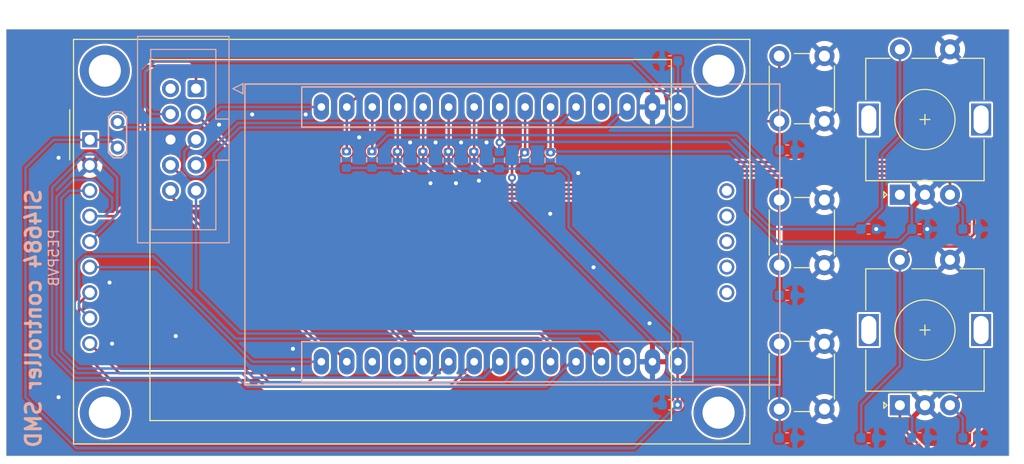
<source format=kicad_pcb>
(kicad_pcb (version 20240108) (generator "pcbnew") (generator_version "8.0")
  (layers (0 "F.Cu" signal) (31 "B.Cu" signal) (34 "B.Paste" user) (35 "F.Paste" user) (36 "B.SilkS" user "B.Silkscreen") (37 "F.SilkS" user "F.Silkscreen") (38 "B.Mask" user) (39 "F.Mask" user) (44 "Edge.Cuts" user))
  (net 0 "")
  (net 1 "GND")
  (net 2 "+3V3")
  (net 3 "+5V")
  (net 4 "SDA")
  (net 5 "SCL")
  (net 6 "Net-(M1-D35)")
  (net 7 "Net-(M1-D26)")
  (net 8 "Net-(M1-D25)")
  (net 9 "Net-(M1-VN)")
  (net 10 "Net-(M1-D34)")
  (net 11 "Net-(M1-VP)")
  (net 12 "Net-(M1-EN)")
  (net 15 "Net-(M1-D33)")
  (net 16 "Net-(M1-D32)")
  (net 17 "Net-(M1-D27)")
  (net 18 "RST")
  (net 19 "INT")
  (net 20 "MISO")
  (net 21 "MOSI")
  (net 22 "CLK")
  (net 23 "SS")
  (net 25 "Net-(M1-D23)")
  (net 26 "Net-(M1-D19)")
  (net 27 "Net-(M1-D18)")
  (net 28 "Net-(M1-D5)")
  (net 29 "Net-(M1-D4)")
  (net 30 "Net-(M1-D2)")
  (footprint "Rotary_Encoder:RotaryEncoder_Alps_EC11E-Switch_Vertical_H20mm" (layer "F.Cu") (at 195.14 102.748724 90)
    (property "Reference" "SW1" (hide yes))
    (property "Value" "Rotary")
    (pad "A" thru_hole rect (at 0 0 90) (size 2 2) (drill 1) (layers "*.Cu" "*.Mask") (net 17 "Net-(M1-D27)"))
    (pad "B" thru_hole circle (at 0 5 90) (size 2 2) (drill 1) (layers "*.Cu" "*.Mask") (net 10 "Net-(M1-D34)"))
    (pad "C" thru_hole circle (at 0 2.5 90) (size 2 2) (drill 1) (layers "*.Cu" "*.Mask") (net 1 "GND"))
    (pad "MP" thru_hole rect (at 7.5 -3.1 90) (size 3.2 2) (drill oval 2.8 1.5) (layers "*.Cu" "*.Mask"))
    (pad "MP" thru_hole rect (at 7.5 8.1 90) (size 3.2 2) (drill oval 2.8 1.5) (layers "*.Cu" "*.Mask"))
    (pad "S1" thru_hole circle (at 14.5 5 90) (size 2 2) (drill 1) (layers "*.Cu" "*.Mask") (net 1 "GND"))
    (pad "S2" thru_hole circle (at 14.5 0 90) (size 2 2) (drill 1) (layers "*.Cu" "*.Mask") (net 8 "Net-(M1-D25)"))
  )
  (footprint "Button_Switch_THT:SW_PUSH_6mm_H7.3mm" (layer "F.Cu") (at 187.617 103.269424 -90)
    (property "Reference" "SW3" (hide yes))
    (property "Value" "MODE/MENU")
    (pad "1" thru_hole circle (at 0 0) (size 2 2) (drill 1.1) (layers "*.Cu" "*.Mask") (net 1 "GND"))
    (pad "1" thru_hole circle (at 6.5 0) (size 2 2) (drill 1.1) (layers "*.Cu" "*.Mask") (net 1 "GND"))
    (pad "2" thru_hole circle (at 0 4.5) (size 2 2) (drill 1.1) (layers "*.Cu" "*.Mask") (net 9 "Net-(M1-VN)"))
    (pad "2" thru_hole circle (at 6.5 4.5) (size 2 2) (drill 1.1) (layers "*.Cu" "*.Mask") (net 9 "Net-(M1-VN)"))
  )
  (footprint "Button_Switch_THT:SW_PUSH_6mm_H7.3mm" (layer "F.Cu") (at 187.617 117.620424 -90)
    (property "Reference" "SW2" (hide yes))
    (property "Value" "SLIDESHOW")
    (pad "1" thru_hole circle (at 0 0) (size 2 2) (drill 1.1) (layers "*.Cu" "*.Mask") (net 1 "GND"))
    (pad "1" thru_hole circle (at 6.5 0) (size 2 2) (drill 1.1) (layers "*.Cu" "*.Mask") (net 1 "GND"))
    (pad "2" thru_hole circle (at 0 4.5) (size 2 2) (drill 1.1) (layers "*.Cu" "*.Mask") (net 7 "Net-(M1-D26)"))
    (pad "2" thru_hole circle (at 6.5 4.5) (size 2 2) (drill 1.1) (layers "*.Cu" "*.Mask") (net 7 "Net-(M1-D26)"))
  )
  (footprint "Button_Switch_THT:SW_PUSH_6mm_H7.3mm" (layer "F.Cu") (at 187.617 88.918424 -90)
    (property "Reference" "SW4" (hide yes))
    (property "Value" "BAND/POWER")
    (pad "1" thru_hole circle (at 0 0) (size 2 2) (drill 1.1) (layers "*.Cu" "*.Mask") (net 1 "GND"))
    (pad "1" thru_hole circle (at 6.5 0) (size 2 2) (drill 1.1) (layers "*.Cu" "*.Mask") (net 1 "GND"))
    (pad "2" thru_hole circle (at 0 4.5) (size 2 2) (drill 1.1) (layers "*.Cu" "*.Mask") (net 11 "Net-(M1-VP)"))
    (pad "2" thru_hole circle (at 6.5 4.5) (size 2 2) (drill 1.1) (layers "*.Cu" "*.Mask") (net 11 "Net-(M1-VP)"))
  )
  (footprint "Rotary_Encoder:RotaryEncoder_Alps_EC11E-Switch_Vertical_H20mm" (layer "F.Cu") (at 195.14 123.738424 90)
    (property "Reference" "SW5" (hide yes))
    (property "Value" "Rotary")
    (pad "A" thru_hole rect (at 0 0 90) (size 2 2) (drill 1) (layers "*.Cu" "*.Mask") (net 15 "Net-(M1-D33)"))
    (pad "B" thru_hole circle (at 0 5 90) (size 2 2) (drill 1) (layers "*.Cu" "*.Mask") (net 16 "Net-(M1-D32)"))
    (pad "C" thru_hole circle (at 0 2.5 90) (size 2 2) (drill 1) (layers "*.Cu" "*.Mask") (net 1 "GND"))
    (pad "MP" thru_hole rect (at 7.5 -3.1 90) (size 3.2 2) (drill oval 2.8 1.5) (layers "*.Cu" "*.Mask"))
    (pad "MP" thru_hole rect (at 7.5 8.1 90) (size 3.2 2) (drill oval 2.8 1.5) (layers "*.Cu" "*.Mask"))
    (pad "S1" thru_hole circle (at 14.5 5 90) (size 2 2) (drill 1) (layers "*.Cu" "*.Mask") (net 1 "GND"))
    (pad "S2" thru_hole circle (at 14.5 0 90) (size 2 2) (drill 1) (layers "*.Cu" "*.Mask") (net 6 "Net-(M1-D35)"))
  )
  (footprint "Display:CR2013-MI2120" (layer "F.Cu") (at 114.362 97.268424)
    (property "Reference" "U1" (hide yes))
    (property "Value" "ILI9341 2.2\"")
    (pad "" thru_hole circle (at 1.5 -6.89) (size 5 5) (drill 3.2) (layers "*.Cu" "*.Mask"))
    (pad "" thru_hole circle (at 1.5 27.21) (size 5 5) (drill 3.2) (layers "*.Cu" "*.Mask"))
    (pad "" thru_hole circle (at 62.7 -6.89) (size 5 5) (drill 3.2) (layers "*.Cu" "*.Mask"))
    (pad "" thru_hole circle (at 62.7 27.21) (size 5 5) (drill 3.2) (layers "*.Cu" "*.Mask"))
    (pad "1" thru_hole rect (at 0 0) (size 1.5 1.5) (drill 1) (layers "*.Cu" "*.Mask") (net 2 "+3V3"))
    (pad "2" thru_hole circle (at 0 2.54) (size 1.5 1.5) (drill 1) (layers "*.Cu" "*.Mask") (net 1 "GND"))
    (pad "3" thru_hole circle (at 0 5.08) (size 1.5 1.5) (drill 1) (layers "*.Cu" "*.Mask") (net 28 "Net-(M1-D5)"))
    (pad "4" thru_hole circle (at 0 7.62) (size 1.5 1.5) (drill 1) (layers "*.Cu" "*.Mask") (net 18 "RST"))
    (pad "5" thru_hole circle (at 0 10.16) (size 1.5 1.5) (drill 1) (layers "*.Cu" "*.Mask") (net 29 "Net-(M1-D4)"))
    (pad "6" thru_hole circle (at 0 12.7) (size 1.5 1.5) (drill 1) (layers "*.Cu" "*.Mask") (net 25 "Net-(M1-D23)"))
    (pad "7" thru_hole circle (at 0 15.24) (size 1.5 1.5) (drill 1) (layers "*.Cu" "*.Mask") (net 27 "Net-(M1-D18)"))
    (pad "8" thru_hole circle (at 0 17.78) (size 1.5 1.5) (drill 1) (layers "*.Cu" "*.Mask") (net 30 "Net-(M1-D2)"))
    (pad "9" thru_hole circle (at 0 20.32) (size 1.5 1.5) (drill 1) (layers "*.Cu" "*.Mask") (net 26 "Net-(M1-D19)"))
    (pad "10" thru_hole circle (at 63.52 5.08) (size 1.5 1.5) (drill 1) (layers "*.Cu" "*.Mask"))
    (pad "11" thru_hole circle (at 63.52 7.62) (size 1.5 1.5) (drill 1) (layers "*.Cu" "*.Mask"))
    (pad "12" thru_hole circle (at 63.52 10.16) (size 1.5 1.5) (drill 1) (layers "*.Cu" "*.Mask"))
    (pad "13" thru_hole circle (at 63.52 12.7) (size 1.5 1.5) (drill 1) (layers "*.Cu" "*.Mask"))
    (pad "14" thru_hole circle (at 63.52 15.24) (size 1.5 1.5) (drill 1) (layers "*.Cu" "*.Mask"))
  )
  (footprint "Connector_IDC:IDC-Header_2x05_P2.54mm_Vertical" (layer "B.Cu") (at 124.9552 92.169624 180)
    (property "Reference" "J1" (hide yes))
    (property "Value" "Mainboard")
    (pad "1" thru_hole roundrect (at 0 0 180) (size 1.7 1.7) (drill 1) (layers "*.Cu" "*.Mask") (roundrect_rratio 0.147059) (net 18 "RST"))
    (pad "2" thru_hole circle (at 2.54 0 180) (size 1.7 1.7) (drill 1) (layers "*.Cu" "*.Mask") (net 19 "INT"))
    (pad "3" thru_hole circle (at 0 -2.54 180) (size 1.7 1.7) (drill 1) (layers "*.Cu" "*.Mask") (net 20 "MISO"))
    (pad "4" thru_hole circle (at 2.54 -2.54 180) (size 1.7 1.7) (drill 1) (layers "*.Cu" "*.Mask") (net 3 "+5V"))
    (pad "5" thru_hole circle (at 0 -5.08 180) (size 1.7 1.7) (drill 1) (layers "*.Cu" "*.Mask") (net 21 "MOSI"))
    (pad "6" thru_hole circle (at 2.54 -5.08 180) (size 1.7 1.7) (drill 1) (layers "*.Cu" "*.Mask") (net 1 "GND"))
    (pad "7" thru_hole circle (at 0 -7.62 180) (size 1.7 1.7) (drill 1) (layers "*.Cu" "*.Mask") (net 22 "CLK"))
    (pad "8" thru_hole circle (at 2.54 -7.62 180) (size 1.7 1.7) (drill 1) (layers "*.Cu" "*.Mask") (net 4 "SDA"))
    (pad "9" thru_hole circle (at 0 -10.16 180) (size 1.7 1.7) (drill 1) (layers "*.Cu" "*.Mask") (net 23 "SS"))
    (pad "10" thru_hole circle (at 2.54 -10.16 180) (size 1.7 1.7) (drill 1) (layers "*.Cu" "*.Mask") (net 5 "SCL"))
  )
  (footprint "TestPoint:TestPoint_2Pads_Pitch2.54mm_Drill0.8mm" (layer "B.Cu") (at 117.132 98.042424 90)
    (property "Reference" "JP1" (hide yes))
    (property "Value" "PROGRAM MODE")
    (pad "1" thru_hole circle (at 0 0 90) (size 1.4 1.4) (drill 0.8) (layers "*.Cu" "*.Mask") (net 2 "+3V3"))
    (pad "2" thru_hole circle (at 2.54 0 90) (size 1.4 1.4) (drill 0.8) (layers "*.Cu" "*.Mask") (net 12 "Net-(M1-EN)"))
  )
  (footprint "Library:ESP32_DOIT_DEVKIT_V1" (layer "B.Cu") (at 188.252 101.872424 -90)
    (property "Reference" "M1" (hide yes))
    (property "Value" "DOIT_ESP32_DEVKIT_V1")
    (pad "1" thru_hole oval (at 17.526 15.24 270) (size 2.54 1.524) (drill 0.762) (layers "*.Cu" "*.Mask") (net 2 "+3V3"))
    (pad "2" thru_hole oval (at 17.526 17.78 270) (size 2.54 1.524) (drill 0.762) (layers "*.Cu" "*.Mask") (net 1 "GND"))
    (pad "3" thru_hole oval (at 17.526 20.32 270) (size 2.54 1.524) (drill 0.762) (layers "*.Cu" "*.Mask") (net 23 "SS"))
    (pad "4" thru_hole oval (at 17.526 22.86 270) (size 2.54 1.524) (drill 0.762) (layers "*.Cu" "*.Mask") (net 30 "Net-(M1-D2)"))
    (pad "5" thru_hole oval (at 17.526 25.4 270) (size 2.54 1.524) (drill 0.762) (layers "*.Cu" "*.Mask") (net 29 "Net-(M1-D4)"))
    (pad "6" thru_hole oval (at 17.526 27.94 270) (size 2.54 1.524) (drill 0.762) (layers "*.Cu" "*.Mask") (net 20 "MISO"))
    (pad "7" thru_hole oval (at 17.526 30.48 270) (size 2.54 1.524) (drill 0.762) (layers "*.Cu" "*.Mask") (net 18 "RST"))
    (pad "8" thru_hole oval (at 17.526 33.02 270) (size 2.54 1.524) (drill 0.762) (layers "*.Cu" "*.Mask") (net 28 "Net-(M1-D5)"))
    (pad "9" thru_hole oval (at 17.526 35.56 270) (size 2.54 1.524) (drill 0.762) (layers "*.Cu" "*.Mask") (net 27 "Net-(M1-D18)"))
    (pad "10" thru_hole oval (at 17.526 38.1 270) (size 2.54 1.524) (drill 0.762) (layers "*.Cu" "*.Mask") (net 26 "Net-(M1-D19)"))
    (pad "11" thru_hole oval (at 17.526 40.64 270) (size 2.54 1.524) (drill 0.762) (layers "*.Cu" "*.Mask") (net 4 "SDA"))
    (pad "12" thru_hole oval (at 17.526 43.18 270) (size 2.54 1.524) (drill 0.762) (layers "*.Cu" "*.Mask"))
    (pad "13" thru_hole oval (at 17.526 45.72 270) (size 2.54 1.524) (drill 0.762) (layers "*.Cu" "*.Mask"))
    (pad "14" thru_hole oval (at 17.526 48.26 270) (size 2.54 1.524) (drill 0.762) (layers "*.Cu" "*.Mask") (net 5 "SCL"))
    (pad "15" thru_hole oval (at 17.526 50.8 270) (size 2.54 1.524) (drill 0.762) (layers "*.Cu" "*.Mask") (net 25 "Net-(M1-D23)"))
    (pad "16" thru_hole oval (at -7.874 50.8 270) (size 2.54 1.524) (drill 0.762) (layers "*.Cu" "*.Mask") (net 12 "Net-(M1-EN)"))
    (pad "17" thru_hole oval (at -7.874 48.26 270) (size 2.54 1.524) (drill 0.762) (layers "*.Cu" "*.Mask") (net 11 "Net-(M1-VP)"))
    (pad "18" thru_hole oval (at -7.874 45.72 270) (size 2.54 1.524) (drill 0.762) (layers "*.Cu" "*.Mask") (net 9 "Net-(M1-VN)"))
    (pad "19" thru_hole oval (at -7.874 43.18 270) (size 2.54 1.524) (drill 0.762) (layers "*.Cu" "*.Mask") (net 10 "Net-(M1-D34)"))
    (pad "20" thru_hole oval (at -7.874 40.64 270) (size 2.54 1.524) (drill 0.762) (layers "*.Cu" "*.Mask") (net 6 "Net-(M1-D35)"))
    (pad "21" thru_hole oval (at -7.874 38.1 270) (size 2.54 1.524) (drill 0.762) (layers "*.Cu" "*.Mask") (net 16 "Net-(M1-D32)"))
    (pad "22" thru_hole oval (at -7.874 35.56 270) (size 2.54 1.524) (drill 0.762) (layers "*.Cu" "*.Mask") (net 15 "Net-(M1-D33)"))
    (pad "23" thru_hole oval (at -7.874 33.02 270) (size 2.54 1.524) (drill 0.762) (layers "*.Cu" "*.Mask") (net 8 "Net-(M1-D25)"))
    (pad "24" thru_hole oval (at -7.874 30.48 270) (size 2.54 1.524) (drill 0.762) (layers "*.Cu" "*.Mask") (net 7 "Net-(M1-D26)"))
    (pad "25" thru_hole oval (at -7.874 27.94 270) (size 2.54 1.524) (drill 0.762) (layers "*.Cu" "*.Mask") (net 17 "Net-(M1-D27)"))
    (pad "26" thru_hole oval (at -7.874 25.4 270) (size 2.54 1.524) (drill 0.762) (layers "*.Cu" "*.Mask") (net 22 "CLK"))
    (pad "27" thru_hole oval (at -7.874 22.86 270) (size 2.54 1.524) (drill 0.762) (layers "*.Cu" "*.Mask"))
    (pad "28" thru_hole oval (at -7.874 20.32 270) (size 2.54 1.524) (drill 0.762) (layers "*.Cu" "*.Mask") (net 21 "MOSI"))
    (pad "29" thru_hole oval (at -7.874 17.78 270) (size 2.54 1.524) (drill 0.762) (layers "*.Cu" "*.Mask") (net 1 "GND"))
    (pad "30" thru_hole oval (at -7.874 15.24 270) (size 2.54 1.524) (drill 0.762) (layers "*.Cu" "*.Mask") (net 3 "+5V"))
  )
  (footprint "Resistor_SMD:R_0603_1608Metric" (layer "B.Cu") (at 139.954 99.251 90)
    (property "Reference" "R9" (hide yes))
    (property "Value" "4k7")
    (pad "1" smd roundrect (at -0.825 0 90) (size 0.8 0.95) (layers "B.Cu" "B.Paste" "B.Mask") (net 2 "+3V3"))
    (pad "2" smd roundrect (at 0.825 0 90) (size 0.8 0.95) (layers "B.Cu" "B.Paste" "B.Mask") (net 11 "Net-(M1-VP)"))
  )
  (footprint "Capacitor_SMD:C_0603_1608Metric" (layer "B.Cu") (at 202.184 127 180)
    (property "Reference" "C4" (hide yes))
    (property "Value" "100n")
    (pad "1" smd roundrect (at -0.775 0 180) (size 0.9 0.95) (layers "B.Cu" "B.Paste" "B.Mask") (net 1 "GND"))
    (pad "2" smd roundrect (at 0.775 0 180) (size 0.9 0.95) (layers "B.Cu" "B.Paste" "B.Mask") (net 16 "Net-(M1-D32)"))
  )
  (footprint "Resistor_SMD:R_0603_1608Metric" (layer "B.Cu") (at 145.034 99.314 90)
    (property "Reference" "R2" (hide yes))
    (property "Value" "4k7")
    (pad "1" smd roundrect (at -0.825 0 90) (size 0.8 0.95) (layers "B.Cu" "B.Paste" "B.Mask") (net 2 "+3V3"))
    (pad "2" smd roundrect (at 0.825 0 90) (size 0.8 0.95) (layers "B.Cu" "B.Paste" "B.Mask") (net 10 "Net-(M1-D34)"))
  )
  (footprint "Capacitor_SMD:C_0603_1608Metric" (layer "B.Cu") (at 183.896 127 180)
    (property "Reference" "C7" (hide yes))
    (property "Value" "100n")
    (pad "1" smd roundrect (at -0.775 0 180) (size 0.9 0.95) (layers "B.Cu" "B.Paste" "B.Mask") (net 1 "GND"))
    (pad "2" smd roundrect (at 0.775 0 180) (size 0.9 0.95) (layers "B.Cu" "B.Paste" "B.Mask") (net 7 "Net-(M1-D26)"))
  )
  (footprint "Capacitor_SMD:C_0603_1608Metric" (layer "B.Cu") (at 172.225 123.698 180)
    (property "Reference" "C11" (hide yes))
    (property "Value" "100n")
    (pad "1" smd roundrect (at -0.775 0 180) (size 0.9 0.95) (layers "B.Cu" "B.Paste" "B.Mask") (net 2 "+3V3"))
    (pad "2" smd roundrect (at 0.775 0 180) (size 0.9 0.95) (layers "B.Cu" "B.Paste" "B.Mask") (net 1 "GND"))
  )
  (footprint "Capacitor_SMD:C_0603_1608Metric" (layer "B.Cu") (at 197.104 127 180)
    (property "Reference" "C1" (hide yes))
    (property "Value" "100n")
    (pad "1" smd roundrect (at -0.775 0 180) (size 0.9 0.95) (layers "B.Cu" "B.Paste" "B.Mask") (net 1 "GND"))
    (pad "2" smd roundrect (at 0.775 0 180) (size 0.9 0.95) (layers "B.Cu" "B.Paste" "B.Mask") (net 15 "Net-(M1-D33)"))
  )
  (footprint "Resistor_SMD:R_0603_1608Metric" (layer "B.Cu") (at 147.574 99.314 90)
    (property "Reference" "R6" (hide yes))
    (property "Value" "4k7")
    (pad "1" smd roundrect (at -0.825 0 90) (size 0.8 0.95) (layers "B.Cu" "B.Paste" "B.Mask") (net 2 "+3V3"))
    (pad "2" smd roundrect (at 0.825 0 90) (size 0.8 0.95) (layers "B.Cu" "B.Paste" "B.Mask") (net 6 "Net-(M1-D35)"))
  )
  (footprint "Resistor_SMD:R_0603_1608Metric" (layer "B.Cu") (at 157.734 99.314 90)
    (property "Reference" "R7" (hide yes))
    (property "Value" "4k7")
    (pad "1" smd roundrect (at -0.825 0 90) (size 0.8 0.95) (layers "B.Cu" "B.Paste" "B.Mask") (net 2 "+3V3"))
    (pad "2" smd roundrect (at 0.825 0 90) (size 0.8 0.95) (layers "B.Cu" "B.Paste" "B.Mask") (net 7 "Net-(M1-D26)"))
  )
  (footprint "Capacitor_SMD:C_0603_1608Metric" (layer "B.Cu") (at 202.184 106.172 180)
    (property "Reference" "C2" (hide yes))
    (property "Value" "100n")
    (pad "1" smd roundrect (at -0.775 0 180) (size 0.9 0.95) (layers "B.Cu" "B.Paste" "B.Mask") (net 1 "GND"))
    (pad "2" smd roundrect (at 0.775 0 180) (size 0.9 0.95) (layers "B.Cu" "B.Paste" "B.Mask") (net 10 "Net-(M1-D34)"))
  )
  (footprint "Capacitor_SMD:C_0603_1608Metric" (layer "B.Cu") (at 197.104 106.172 180)
    (property "Reference" "C5" (hide yes))
    (property "Value" "100n")
    (pad "1" smd roundrect (at -0.775 0 180) (size 0.9 0.95) (layers "B.Cu" "B.Paste" "B.Mask") (net 1 "GND"))
    (pad "2" smd roundrect (at 0.775 0 180) (size 0.9 0.95) (layers "B.Cu" "B.Paste" "B.Mask") (net 17 "Net-(M1-D27)"))
  )
  (footprint "Capacitor_SMD:C_0603_1608Metric" (layer "B.Cu") (at 192.024 127 180)
    (property "Reference" "C6" (hide yes))
    (property "Value" "100n")
    (pad "1" smd roundrect (at -0.775 0 180) (size 0.9 0.95) (layers "B.Cu" "B.Paste" "B.Mask") (net 1 "GND"))
    (pad "2" smd roundrect (at 0.775 0 180) (size 0.9 0.95) (layers "B.Cu" "B.Paste" "B.Mask") (net 6 "Net-(M1-D35)"))
  )
  (footprint "Resistor_SMD:R_0603_1608Metric" (layer "B.Cu") (at 142.494 99.251 90)
    (property "Reference" "R8" (hide yes))
    (property "Value" "4k7")
    (pad "1" smd roundrect (at -0.825 0 90) (size 0.8 0.95) (layers "B.Cu" "B.Paste" "B.Mask") (net 2 "+3V3"))
    (pad "2" smd roundrect (at 0.825 0 90) (size 0.8 0.95) (layers "B.Cu" "B.Paste" "B.Mask") (net 9 "Net-(M1-VN)"))
  )
  (footprint "Resistor_SMD:R_0603_1608Metric" (layer "B.Cu") (at 150.114 99.314 90)
    (property "Reference" "R5" (hide yes))
    (property "Value" "4k7")
    (pad "1" smd roundrect (at -0.825 0 90) (size 0.8 0.95) (layers "B.Cu" "B.Paste" "B.Mask") (net 2 "+3V3"))
    (pad "2" smd roundrect (at 0.825 0 90) (size 0.8 0.95) (layers "B.Cu" "B.Paste" "B.Mask") (net 16 "Net-(M1-D32)"))
  )
  (footprint "Capacitor_SMD:C_0603_1608Metric" (layer "B.Cu") (at 183.896 112.776 180)
    (property "Reference" "C8" (hide yes))
    (property "Value" "100n")
    (pad "1" smd roundrect (at -0.775 0 180) (size 0.9 0.95) (layers "B.Cu" "B.Paste" "B.Mask") (net 1 "GND"))
    (pad "2" smd roundrect (at 0.775 0 180) (size 0.9 0.95) (layers "B.Cu" "B.Paste" "B.Mask") (net 9 "Net-(M1-VN)"))
  )
  (footprint "Capacitor_SMD:C_0603_1608Metric" (layer "B.Cu") (at 183.909 98.298 180)
    (property "Reference" "C9" (hide yes))
    (property "Value" "100n")
    (pad "1" smd roundrect (at -0.775 0 180) (size 0.9 0.95) (layers "B.Cu" "B.Paste" "B.Mask") (net 1 "GND"))
    (pad "2" smd roundrect (at 0.775 0 180) (size 0.9 0.95) (layers "B.Cu" "B.Paste" "B.Mask") (net 11 "Net-(M1-VP)"))
  )
  (footprint "Resistor_SMD:R_0603_1608Metric" (layer "B.Cu") (at 152.654 99.314 90)
    (property "Reference" "R4" (hide yes))
    (property "Value" "4k7")
    (pad "1" smd roundrect (at -0.825 0 90) (size 0.8 0.95) (layers "B.Cu" "B.Paste" "B.Mask") (net 2 "+3V3"))
    (pad "2" smd roundrect (at 0.825 0 90) (size 0.8 0.95) (layers "B.Cu" "B.Paste" "B.Mask") (net 15 "Net-(M1-D33)"))
  )
  (footprint "Capacitor_SMD:C_0603_1608Metric" (layer "B.Cu") (at 172.212 89.408 180)
    (property "Reference" "C10" (hide yes))
    (property "Value" "100n")
    (pad "1" smd roundrect (at -0.775 0 180) (size 0.9 0.95) (layers "B.Cu" "B.Paste" "B.Mask") (net 3 "+5V"))
    (pad "2" smd roundrect (at 0.775 0 180) (size 0.9 0.95) (layers "B.Cu" "B.Paste" "B.Mask") (net 1 "GND"))
  )
  (footprint "Resistor_SMD:R_0603_1608Metric" (layer "B.Cu") (at 155.194 99.314 90)
    (property "Reference" "R3" (hide yes))
    (property "Value" "4k7")
    (pad "1" smd roundrect (at -0.825 0 90) (size 0.8 0.95) (layers "B.Cu" "B.Paste" "B.Mask") (net 2 "+3V3"))
    (pad "2" smd roundrect (at 0.825 0 90) (size 0.8 0.95) (layers "B.Cu" "B.Paste" "B.Mask") (net 8 "Net-(M1-D25)"))
  )
  (footprint "Resistor_SMD:R_0603_1608Metric" (layer "B.Cu") (at 160.274 99.314 90)
    (property "Reference" "R1" (hide yes))
    (property "Value" "4k7")
    (pad "1" smd roundrect (at -0.825 0 90) (size 0.8 0.95) (layers "B.Cu" "B.Paste" "B.Mask") (net 2 "+3V3"))
    (pad "2" smd roundrect (at 0.825 0 90) (size 0.8 0.95) (layers "B.Cu" "B.Paste" "B.Mask") (net 17 "Net-(M1-D27)"))
  )
  (footprint "Capacitor_SMD:C_0603_1608Metric" (layer "B.Cu") (at 192.024 106.172 180)
    (property "Reference" "C3" (hide yes))
    (property "Value" "100n")
    (pad "1" smd roundrect (at -0.775 0 180) (size 0.9 0.95) (layers "B.Cu" "B.Paste" "B.Mask") (net 1 "GND"))
    (pad "2" smd roundrect (at 0.775 0 180) (size 0.9 0.95) (layers "B.Cu" "B.Paste" "B.Mask") (net 8 "Net-(M1-D25)"))
  )
  (gr_line (start 174.5 121.4) (end 135.5 121.4) (stroke (width 0.15)) (layer "B.SilkS"))
  (gr_line (start 174.5 117.4) (end 174.5 121.4) (stroke (width 0.15)) (layer "B.SilkS"))
  (gr_line (start 135.5 92) (end 174.5 92) (stroke (width 0.15)) (layer "B.SilkS"))
  (gr_line (start 135.5 121.4) (end 135.5 117.4) (stroke (width 0.15)) (layer "B.SilkS"))
  (gr_line (start 174.5 92) (end 174.5 96) (stroke (width 0.15)) (layer "B.SilkS"))
  (gr_line (start 135.5 117.4) (end 174.5 117.4) (stroke (width 0.15)) (layer "B.SilkS"))
  (gr_line (start 174.5 96) (end 135.5 96) (stroke (width 0.15)) (layer "B.SilkS"))
  (gr_line (start 135.5 96) (end 135.5 92) (stroke (width 0.15)) (layer "B.SilkS"))
  (gr_line (start 106.036 128.796424) (end 106.036 86.251424) (stroke (width 0.05)) (layer "Edge.Cuts"))
  (gr_line (start 106.036 86.251424) (end 206.036 86.251424) (stroke (width 0.05)) (layer "Edge.Cuts"))
  (gr_line (start 106.036 128.796424) (end 206.036 128.796424) (stroke (width 0.05)) (layer "Edge.Cuts"))
  (gr_line (start 206.036 128.796424) (end 206.036 86.251424) (stroke (width 0.05)) (layer "Edge.Cuts"))
  (gr_text "SI4684 controller SMD" (at 108.75 115.080424 90) (layer "B.SilkS") (effects (font (size 1.5 1.5) (thickness 0.3)) (justify mirror)))
  (gr_text "PE5PVB" (at 110.782 109.035224 90) (layer "B.SilkS") (effects (font (size 1 1)) (justify mirror)))
  (via (at 197.866 106.172) (size 0.8) (drill 0.4) (layers "F.Cu" "B.Cu") (net 1))
  (via (at 164.592 109.982) (size 0.8) (drill 0.4) (layers "F.Cu" "B.Cu") (net 1))
  (via (at 151.384 97.536) (size 0.8) (drill 0.4) (layers "F.Cu" "B.Cu") (net 1))
  (via (at 134.62 118.11) (size 0.8) (drill 0.4) (layers "F.Cu" "B.Cu") (net 1))
  (via (at 170.18 115.57) (size 0.8) (drill 0.4) (layers "F.Cu" "B.Cu") (net 1))
  (via (at 111.252 122.936) (size 0.8) (drill 0.4) (layers "F.Cu" "B.Cu") (net 1))
  (via (at 148.844 97.536) (size 0.8) (drill 0.4) (layers "F.Cu" "B.Cu") (net 1))
  (via (at 135.89 94.742) (size 0.8) (drill 0.4) (layers "F.Cu" "B.Cu") (net 1))
  (via (at 150.876 101.6) (size 0.8) (drill 0.4) (layers "F.Cu" "B.Cu") (net 1))
  (via (at 160.274 104.648) (size 0.8) (drill 0.4) (layers "F.Cu" "B.Cu") (net 1))
  (via (at 153.162 101.346) (size 0.8) (drill 0.4) (layers "F.Cu" "B.Cu") (net 1))
  (via (at 146.304 97.536) (size 0.8) (drill 0.4) (layers "F.Cu" "B.Cu") (net 1))
  (via (at 163.068 100.584) (size 0.8) (drill 0.4) (layers "F.Cu" "B.Cu") (net 1))
  (via (at 116.332 111.506) (size 0.8) (drill 0.4) (layers "F.Cu" "B.Cu") (net 1))
  (via (at 127.254 95.758) (size 0.8) (drill 0.4) (layers "F.Cu" "B.Cu") (net 1))
  (via (at 148.336 101.6) (size 0.8) (drill 0.4) (layers "F.Cu" "B.Cu") (net 1))
  (via (at 111.252 99.06) (size 0.8) (drill 0.4) (layers "F.Cu" "B.Cu") (net 1))
  (via (at 130.556 94.742) (size 0.8) (drill 0.4) (layers "F.Cu" "B.Cu") (net 1))
  (via (at 116.586 117.602) (size 0.8) (drill 0.4) (layers "F.Cu" "B.Cu") (net 1))
  (via (at 122.936 116.84) (size 0.8) (drill 0.4) (layers "F.Cu" "B.Cu") (net 1))
  (via (at 141.224 97.028) (size 0.8) (drill 0.4) (layers "F.Cu" "B.Cu") (net 1))
  (via (at 192.786 106.172) (size 0.8) (drill 0.4) (layers "F.Cu" "B.Cu") (net 1))
  (via (at 153.924 97.536) (size 0.8) (drill 0.4) (layers "F.Cu" "B.Cu") (net 1))
  (via (at 134.62 120.142) (size 0.8) (drill 0.4) (layers "F.Cu" "B.Cu") (net 1))
  (segment (start 172.974 123.698) (end 172.974 119.436424) (width 0.25) (layer "F.Cu") (net 2))
  (segment (start 172.974 119.436424) (end 173.012 119.398424) (width 0.25) (layer "F.Cu") (net 2))
  (via (at 172.974 123.698) (size 0.8) (drill 0.4) (layers "F.Cu" "B.Cu") (net 2))
  (segment (start 162.115 105.981) (end 162.115 100.838) (width 0.25) (layer "B.Cu") (net 2))
  (segment (start 173.012 123.66) (end 172.974 123.698) (width 0.25) (layer "B.Cu") (net 2))
  (segment (start 173.012 116.878) (end 162.115 105.981) (width 0.25) (layer "B.Cu") (net 2))
  (segment (start 113.03 128.016) (end 107.95 122.936) (width 0.25) (layer "B.Cu") (net 2))
  (segment (start 152.654 100.139) (end 155.194 100.139) (width 0.25) (layer "B.Cu") (net 2))
  (segment (start 145.034 100.139) (end 147.574 100.139) (width 0.25) (layer "B.Cu") (net 2))
  (segment (start 150.114 100.139) (end 152.654 100.139) (width 0.25) (layer "B.Cu") (net 2))
  (segment (start 157.734 100.139) (end 160.274 100.139) (width 0.25) (layer "B.Cu") (net 2))
  (segment (start 161.416 100.139) (end 162.115 100.838) (width 0.25) (layer "B.Cu") (net 2))
  (segment (start 114.362 97.268424) (end 116.358 97.268424) (width 0.25) (layer "B.Cu") (net 2))
  (segment (start 116.358 97.268424) (end 117.132 98.042424) (width 0.25) (layer "B.Cu") (net 2))
  (segment (start 172.974 123.698) (end 168.656 128.016) (width 0.25) (layer "B.Cu") (net 2))
  (segment (start 110.757576 97.268424) (end 114.362 97.268424) (width 0.25) (layer "B.Cu") (net 2))
  (segment (start 142.494 100.076) (end 144.971 100.076) (width 0.25) (layer "B.Cu") (net 2))
  (segment (start 147.574 100.139) (end 150.114 100.139) (width 0.25) (layer "B.Cu") (net 2))
  (segment (start 168.656 128.016) (end 113.03 128.016) (width 0.25) (layer "B.Cu") (net 2))
  (segment (start 139.954 100.076) (end 142.494 100.076) (width 0.25) (layer "B.Cu") (net 2))
  (segment (start 144.971 100.076) (end 145.034 100.139) (width 0.25) (layer "B.Cu") (net 2))
  (segment (start 160.274 100.139) (end 161.416 100.139) (width 0.25) (layer "B.Cu") (net 2))
  (segment (start 155.194 100.139) (end 157.734 100.139) (width 0.25) (layer "B.Cu") (net 2))
  (segment (start 173.012 119.398424) (end 173.012 116.878) (width 0.25) (layer "B.Cu") (net 2))
  (segment (start 107.95 122.936) (end 107.95 100.076) (width 0.25) (layer "B.Cu") (net 2))
  (segment (start 107.95 100.076) (end 110.757576 97.268424) (width 0.25) (layer "B.Cu") (net 2))
  (segment (start 119.888 93.98) (end 119.888 90.424) (width 0.25) (layer "B.Cu") (net 3))
  (segment (start 173.012 93.998424) (end 173.012 89.446) (width 0.25) (layer "B.Cu") (net 3))
  (segment (start 122.4152 94.709624) (end 120.617624 94.709624) (width 0.25) (layer "B.Cu") (net 3))
  (segment (start 119.888 90.424) (end 120.904 89.408) (width 0.25) (layer "B.Cu") (net 3))
  (segment (start 173.012 89.446) (end 172.974 89.408) (width 0.25) (layer "B.Cu") (net 3))
  (segment (start 168.421576 89.408) (end 173.012 93.998424) (width 0.25) (layer "B.Cu") (net 3))
  (segment (start 120.904 89.408) (end 168.421576 89.408) (width 0.25) (layer "B.Cu") (net 3))
  (segment (start 120.617624 94.709624) (end 119.888 93.98) (width 0.25) (layer "B.Cu") (net 3))
  (segment (start 132.099576 103.886) (end 124.46 103.886) (width 0.25) (layer "F.Cu") (net 4))
  (segment (start 123.698 101.072424) (end 122.4152 99.789624) (width 0.25) (layer "F.Cu") (net 4))
  (segment (start 124.46 103.886) (end 123.698 103.124) (width 0.25) (layer "F.Cu") (net 4))
  (segment (start 123.698 103.124) (end 123.698 101.072424) (width 0.25) (layer "F.Cu") (net 4))
  (segment (start 147.612 119.398424) (end 132.099576 103.886) (width 0.25) (layer "F.Cu") (net 4))
  (segment (start 139.992 119.398424) (end 138.397 117.803424) (width 0.25) (layer "F.Cu") (net 5))
  (segment (start 138.397 117.803424) (end 137.361424 117.803424) (width 0.25) (layer "F.Cu") (net 5))
  (segment (start 122.4152 102.8572) (end 122.4152 102.329624) (width 0.25) (layer "F.Cu") (net 5))
  (segment (start 137.361424 117.803424) (end 122.4152 102.8572) (width 0.25) (layer "F.Cu") (net 5))
  (segment (start 122.9232 102.329624) (end 122.4152 102.329624) (width 0.25) (layer "B.Cu") (net 5))
  (segment (start 150.68 102.674) (end 147.612 99.606) (width 0.25) (layer "F.Cu") (net 6))
  (segment (start 199.653109 100.388) (end 173.549604 100.388) (width 0.25) (layer "F.Cu") (net 6))
  (segment (start 147.574 98.552) (end 147.612 98.514) (width 0.25) (layer "F.Cu") (net 6))
  (segment (start 196.465 107.913424) (end 201.291567 107.913424) (width 0.25) (layer "F.Cu") (net 6))
  (segment (start 147.612 98.514) (end 147.612 93.998424) (width 0.25) (layer "F.Cu") (net 6))
  (segment (start 202.540555 103.275445) (end 199.653109 100.388) (width 0.25) (layer "F.Cu") (net 6))
  (segment (start 147.612 98.59) (end 147.574 98.552) (width 0.25) (layer "F.Cu") (net 6))
  (segment (start 195.14 109.238424) (end 196.465 107.913424) (width 0.25) (layer "F.Cu") (net 6))
  (segment (start 171.263604 102.674) (end 150.68 102.674) (width 0.25) (layer "F.Cu") (net 6))
  (segment (start 147.612 99.606) (end 147.612 98.59) (width 0.25) (layer "F.Cu") (net 6))
  (segment (start 202.540555 106.664436) (end 202.540555 103.275445) (width 0.25) (layer "F.Cu") (net 6))
  (segment (start 173.549604 100.388) (end 171.263604 102.674) (width 0.25) (layer "F.Cu") (net 6))
  (segment (start 201.291567 107.913424) (end 202.540555 106.664436) (width 0.25) (layer "F.Cu") (net 6))
  (via (at 147.574 98.426) (size 0.8) (drill 0.4) (layers "F.Cu" "B.Cu") (net 6))
  (segment (start 195.14 119.82) (end 195.14 109.238424) (width 0.25) (layer "B.Cu") (net 6))
  (segment (start 191.282 127) (end 191.282 123.678) (width 0.25) (layer "B.Cu") (net 6))
  (segment (start 191.282 123.678) (end 195.14 119.82) (width 0.25) (layer "B.Cu") (net 6))
  (segment (start 157.772 93.998424) (end 157.772 98.514) (width 0.25) (layer "F.Cu") (net 7))
  (segment (start 156.464 99.822) (end 156.464 101.049) (width 0.25) (layer "F.Cu") (net 7))
  (segment (start 157.734 98.552) (end 156.464 99.822) (width 0.25) (layer "F.Cu") (net 7))
  (segment (start 157.772 98.514) (end 157.734 98.552) (width 0.25) (layer "F.Cu") (net 7))
  (via (at 157.734 98.552) (size 0.8) (drill 0.4) (layers "F.Cu" "B.Cu") (net 7))
  (via (at 156.464 101.049) (size 0.8) (drill 0.4) (layers "F.Cu" "B.Cu") (net 7))
  (segment (start 171.925 120.363) (end 172.72 121.158) (width 0.25) (layer "B.Cu") (net 7))
  (segment (start 171.925 118.806174) (end 171.925 120.363) (width 0.25) (layer "B.Cu") (net 7))
  (segment (start 183.134 121.158) (end 183.117 121.175) (width 0.25) (layer "B.Cu") (net 7))
  (segment (start 183.134 121.158) (end 183.117 121.141) (width 0.25) (layer "B.Cu") (net 7))
  (segment (start 183.117 121.175) (end 183.117 124.120424) (width 0.25) (layer "B.Cu") (net 7))
  (segment (start 156.464 103.345174) (end 171.925 118.806174) (width 0.25) (layer "B.Cu") (net 7))
  (segment (start 156.464 101.049) (end 156.464 103.345174) (width 0.25) (layer "B.Cu") (net 7))
  (segment (start 172.72 121.158) (end 183.134 121.158) (width 0.25) (layer "B.Cu") (net 7))
  (segment (start 183.117 121.141) (end 183.117 117.620424) (width 0.25) (layer "B.Cu") (net 7))
  (segment (start 183.154 127) (end 183.154 124.157424) (width 0.25) (layer "B.Cu") (net 7))
  (segment (start 183.154 124.157424) (end 183.117 124.120424) (width 0.25) (layer "B.Cu") (net 7))
  (segment (start 155.232 93.998424) (end 155.232 97.536) (width 0.25) (layer "F.Cu") (net 8))
  (via (at 155.232 97.536) (size 0.8) (drill 0.4) (layers "F.Cu" "B.Cu") (net 8))
  (segment (start 182.372 106.172) (end 180.34 104.14) (width 0.25) (layer "B.Cu") (net 8))
  (segment (start 155.194 97.574) (end 155.232 97.536) (width 0.25) (layer "B.Cu") (net 8))
  (segment (start 193.365 104.089) (end 191.282 106.172) (width 0.25) (layer "B.Cu") (net 8))
  (segment (start 195.14 96.96) (end 193.365 98.735) (width 0.25) (layer "B.Cu") (net 8))
  (segment (start 177.996 97.478) (end 155.29 97.478) (width 0.25) (layer "B.Cu") (net 8))
  (segment (start 180.34 104.14) (end 180.34 99.822) (width 0.25) (layer "B.Cu") (net 8))
  (segment (start 180.34 99.822) (end 177.996 97.478) (width 0.25) (layer "B.Cu") (net 8))
  (segment (start 193.365 98.735) (end 193.365 104.089) (width 0.25) (layer "B.Cu") (net 8))
  (segment (start 195.14 88.248724) (end 195.14 96.96) (width 0.25) (layer "B.Cu") (net 8))
  (segment (start 155.29 97.478) (end 155.232 97.536) (width 0.25) (layer "B.Cu") (net 8))
  (segment (start 191.282 106.172) (end 182.372 106.172) (width 0.25) (layer "B.Cu") (net 8))
  (segment (start 155.194 98.489) (end 155.194 97.574) (width 0.25) (layer "B.Cu") (net 8))
  (segment (start 142.532 93.998424) (end 142.532 98.388) (width 0.25) (layer "F.Cu") (net 9))
  (segment (start 183.117 103.269424) (end 183.117 109.769424) (width 0.25) (layer "F.Cu") (net 9))
  (segment (start 142.532 98.388) (end 142.494 98.426) (width 0.25) (layer "F.Cu") (net 9))
  (via (at 142.494 98.426) (size 0.8) (drill 0.4) (layers "F.Cu" "B.Cu") (net 9))
  (segment (start 183.117 103.269424) (end 183.117 101.075) (width 0.25) (layer "B.Cu") (net 9))
  (segment (start 178.853 96.811) (end 144.109 96.811) (width 0.25) (layer "B.Cu") (net 9))
  (segment (start 183.117 112.759) (end 183.134 112.776) (width 0.25) (layer "B.Cu") (net 9))
  (segment (start 183.117 109.769424) (end 183.117 112.759) (width 0.25) (layer "B.Cu") (net 9))
  (segment (start 183.117 101.075) (end 178.853 96.811) (width 0.25) (layer "B.Cu") (net 9))
  (segment (start 144.109 96.811) (end 142.494 98.426) (width 0.25) (layer "B.Cu") (net 9))
  (segment (start 145.072 99.606) (end 145.072 98.59) (width 0.25) (layer "F.Cu") (net 10))
  (segment (start 148.59 103.124) (end 171.45 103.124) (width 0.25) (layer "F.Cu") (net 10))
  (segment (start 145.072 98.59) (end 145.034 98.552) (width 0.25) (layer "F.Cu") (net 10))
  (segment (start 173.736 100.838) (end 199.39 100.838) (width 0.25) (layer "F.Cu") (net 10))
  (segment (start 200.14 101.588) (end 200.14 102.748724) (width 0.25) (layer "F.Cu") (net 10))
  (segment (start 148.59 103.124) (end 145.072 99.606) (width 0.25) (layer "F.Cu") (net 10))
  (segment (start 199.39 100.838) (end 200.14 101.588) (width 0.25) (layer "F.Cu") (net 10))
  (segment (start 145.072 98.514) (end 145.072 93.998424) (width 0.25) (layer "F.Cu") (net 10))
  (segment (start 145.034 98.552) (end 145.072 98.514) (width 0.25) (layer "F.Cu") (net 10))
  (segment (start 171.45 103.124) (end 173.736 100.838) (width 0.25) (layer "F.Cu") (net 10))
  (via (at 145.034 98.426) (size 0.8) (drill 0.4) (layers "F.Cu" "B.Cu") (net 10))
  (segment (start 201.409 104.017724) (end 200.14 102.748724) (width 0.25) (layer "B.Cu") (net 10))
  (segment (start 201.409 106.172) (end 201.409 104.017724) (width 0.25) (layer "B.Cu") (net 10))
  (segment (start 141.587 92.403424) (end 174.498 92.403424) (width 0.25) (layer "F.Cu") (net 11))
  (segment (start 177.513 95.418424) (end 174.498 92.403424) (width 0.25) (layer "F.Cu") (net 11))
  (segment (start 139.992 93.998424) (end 139.992 98.388) (width 0.25) (layer "F.Cu") (net 11))
  (segment (start 139.992 93.998424) (end 141.587 92.403424) (width 0.25) (layer "F.Cu") (net 11))
  (segment (start 139.992 98.388) (end 139.954 98.426) (width 0.25) (layer "F.Cu") (net 11))
  (segment (start 183.134 95.435424) (end 183.117 95.418424) (width 0.25) (layer "F.Cu") (net 11))
  (segment (start 183.117 95.418424) (end 177.513 95.418424) (width 0.25) (layer "F.Cu") (net 11))
  (segment (start 183.117 95.418424) (end 183.117 88.918424) (width 0.25) (layer "F.Cu") (net 11))
  (via (at 139.954 98.426) (size 0.8) (drill 0.4) (layers "F.Cu" "B.Cu") (net 11))
  (segment (start 183.134 98.298) (end 183.134 95.435424) (width 0.25) (layer "B.Cu") (net 11))
  (segment (start 183.134 95.435424) (end 183.117 95.418424) (width 0.25) (layer "B.Cu") (net 11))
  (segment (start 137.452 93.998424) (end 127.328101 93.998424) (width 0.25) (layer "B.Cu") (net 12))
  (segment (start 117.641576 96.012) (end 117.132 95.502424) (width 0.25) (layer "B.Cu") (net 12))
  (segment (start 127.328101 93.998424) (end 125.314525 96.012) (width 0.25) (layer "B.Cu") (net 12))
  (segment (start 125.314525 96.012) (end 117.641576 96.012) (width 0.25) (layer "B.Cu") (net 12))
  (segment (start 152.692 98.514) (end 152.654 98.552) (width 0.25) (layer "F.Cu") (net 15))
  (segment (start 170.890812 101.774) (end 154.86 101.774) (width 0.25) (layer "F.Cu") (net 15))
  (segment (start 197.487 128.125) (end 201.907991 128.125) (width 0.25) (layer "F.Cu") (net 15))
  (segment (start 205.682 105.144099) (end 200.025901 99.488) (width 0.25) (layer "F.Cu") (net 15))
  (segment (start 173.176812 99.488) (end 170.890812 101.774) (width 0.25) (layer "F.Cu") (net 15))
  (segment (start 152.654 98.552) (end 152.692 98.59) (width 0.25) (layer "F.Cu") (net 15))
  (segment (start 200.025901 99.488) (end 173.176812 99.488) (width 0.25) (layer "F.Cu") (net 15))
  (segment (start 205.682 123.419009) (end 205.682 105.144099) (width 0.25) (layer "F.Cu") (net 15))
  (segment (start 202.567 127.465991) (end 202.567 126.534009) (width 0.25) (layer "F.Cu") (net 15))
  (segment (start 152.692 93.998424) (end 152.692 98.514) (width 0.25) (layer "F.Cu") (net 15))
  (segment (start 202.567 126.534009) (end 205.682 123.419009) (width 0.25) (layer "F.Cu") (net 15))
  (segment (start 152.692 98.59) (end 152.692 99.606) (width 0.25) (layer "F.Cu") (net 15))
  (segment (start 195.14 125.778) (end 195.14 123.738424) (width 0.25) (layer "F.Cu") (net 15))
  (segment (start 197.487 128.125) (end 195.14 125.778) (width 0.25) (layer "F.Cu") (net 15))
  (segment (start 201.907991 128.125) (end 202.567 127.465991) (width 0.25) (layer "F.Cu") (net 15))
  (segment (start 152.692 99.606) (end 154.86 101.774) (width 0.25) (layer "F.Cu") (net 15))
  (via (at 152.654 98.426) (size 0.8) (drill 0.4) (layers "F.Cu" "B.Cu") (net 15))
  (segment (start 196.362 124.960424) (end 195.14 123.738424) (width 0.25) (layer "B.Cu") (net 15))
  (segment (start 196.362 127) (end 196.362 124.960424) (width 0.25) (layer "B.Cu") (net 15))
  (segment (start 150.152 98.514) (end 150.152 93.998424) (width 0.25) (layer "F.Cu") (net 16))
  (segment (start 152.77 102.224) (end 150.152 99.606) (width 0.25) (layer "F.Cu") (net 16))
  (segment (start 150.152 98.59) (end 150.114 98.552) (width 0.25) (layer "F.Cu") (net 16))
  (segment (start 152.77 102.224) (end 171.077208 102.224) (width 0.25) (layer "F.Cu") (net 16))
  (segment (start 150.114 98.552) (end 150.152 98.514) (width 0.25) (layer "F.Cu") (net 16))
  (segment (start 171.077208 102.224) (end 173.363208 99.938) (width 0.25) (layer "F.Cu") (net 16))
  (segment (start 199.839505 99.938) (end 205.232 105.330495) (width 0.25) (layer "F.Cu") (net 16))
  (segment (start 150.152 99.606) (end 150.152 98.59) (width 0.25) (layer "F.Cu") (net 16))
  (segment (start 205.232 118.646424) (end 200.14 123.738424) (width 0.25) (layer "F.Cu") (net 16))
  (segment (start 173.363208 99.938) (end 199.839505 99.938) (width 0.25) (layer "F.Cu") (net 16))
  (segment (start 205.232 105.330495) (end 205.232 118.646424) (width 0.25) (layer "F.Cu") (net 16))
  (via (at 150.114 98.426) (size 0.8) (drill 0.4) (layers "F.Cu" "B.Cu") (net 16))
  (segment (start 201.409 127) (end 201.409 125.007424) (width 0.25) (layer "B.Cu") (net 16))
  (segment (start 201.409 125.007424) (end 200.14 123.738424) (width 0.25) (layer "B.Cu") (net 16))
  (segment (start 160.312 93.998424) (end 160.312 98.552) (width 0.25) (layer "F.Cu") (net 17))
  (via (at 160.312 98.552) (size 0.8) (drill 0.4) (layers "F.Cu" "B.Cu") (net 17))
  (segment (start 196.362 106.172) (end 195.092 107.442) (width 0.25) (layer "B.Cu") (net 17))
  (segment (start 178.324604 98.443) (end 160.421 98.443) (width 0.25) (layer "B.Cu") (net 17))
  (segment (start 196.329 103.937724) (end 195.14 102.748724) (width 0.25) (layer "B.Cu") (net 17))
  (segment (start 196.329 106.172) (end 196.329 103.937724) (width 0.25) (layer "B.Cu") (net 17))
  (segment (start 183.005604 107.442) (end 179.89 104.326396) (width 0.25) (layer "B.Cu") (net 17))
  (segment (start 179.89 100.008396) (end 178.324604 98.443) (width 0.25) (layer "B.Cu") (net 17))
  (segment (start 160.421 98.443) (end 160.312 98.552) (width 0.25) (layer "B.Cu") (net 17))
  (segment (start 179.89 104.326396) (end 179.89 100.008396) (width 0.25) (layer "B.Cu") (net 17))
  (segment (start 195.092 107.442) (end 183.005604 107.442) (width 0.25) (layer "B.Cu") (net 17))
  (segment (start 124.9552 90.6908) (end 124.9552 92.169624) (width 0.25) (layer "F.Cu") (net 18))
  (segment (start 114.362 104.888424) (end 116.853576 104.888424) (width 0.25) (layer "F.Cu") (net 18))
  (segment (start 124.968 90.678) (end 124.9552 90.6908) (width 0.25) (layer "F.Cu") (net 18))
  (segment (start 119.634 102.108) (end 119.634 90.424) (width 0.25) (layer "F.Cu") (net 18))
  (segment (start 124.206 89.916) (end 124.968 90.678) (width 0.25) (layer "F.Cu") (net 18))
  (segment (start 120.142 89.916) (end 124.206 89.916) (width 0.25) (layer "F.Cu") (net 18))
  (segment (start 119.634 90.424) (end 120.142 89.916) (width 0.25) (layer "F.Cu") (net 18))
  (segment (start 116.853576 104.888424) (end 119.634 102.108) (width 0.25) (layer "F.Cu") (net 18))
  (segment (start 116.586 104.14) (end 116.586 103.052144) (width 0.25) (layer "B.Cu") (net 18))
  (segment (start 113.034104 120.5285) (end 112.902302 120.396698) (width 0.25) (layer "B.Cu") (net 18))
  (segment (start 115.824 104.902) (end 116.586 104.14) (width 0.25) (layer "B.Cu") (net 18))
  (segment (start 130.429 121.443424) (end 129.514076 120.5285) (width 0.25) (layer "B.Cu") (net 18))
  (segment (start 111.056 102.937604) (end 111.056 118.550396) (width 0.25) (layer "B.Cu") (net 18))
  (segment (start 114.362 104.888424) (end 115.810424 104.888424) (width 0.25) (layer "B.Cu") (net 18))
  (segment (start 112.72018 101.273424) (end 111.056 102.937604) (width 0.25) (layer "B.Cu") (net 18))
  (segment (start 155.727 121.443424) (end 130.429 121.443424) (width 0.25) (layer "B.Cu") (net 18))
  (segment (start 115.810424 104.888424) (end 115.824 104.902) (width 0.25) (layer "B.Cu") (net 18))
  (segment (start 114.80728 101.273424) (end 112.72018 101.273424) (width 0.25) (layer "B.Cu") (net 18))
  (segment (start 116.586 103.052144) (end 114.80728 101.273424) (width 0.25) (layer "B.Cu") (net 18))
  (segment (start 129.514076 120.5285) (end 113.034104 120.5285) (width 0.25) (layer "B.Cu") (net 18))
  (segment (start 111.056 118.550396) (end 112.902302 120.396698) (width 0.25) (layer "B.Cu") (net 18))
  (segment (start 157.772 119.398424) (end 155.727 121.443424) (width 0.25) (layer "B.Cu") (net 18))
  (segment (start 146.831576 116.586) (end 124.9552 94.709624) (width 0.25) (layer "F.Cu") (net 20))
  (segment (start 160.312 119.398424) (end 160.312 117.64) (width 0.25) (layer "F.Cu") (net 20))
  (segment (start 159.258 116.586) (end 146.831576 116.586) (width 0.25) (layer "F.Cu") (net 20))
  (segment (start 160.312 117.64) (end 159.258 116.586) (width 0.25) (layer "F.Cu") (net 20))
  (segment (start 124.468499 100.964624) (end 123.7802 100.276325) (width 0.25) (layer "B.Cu") (net 21))
  (segment (start 126.746 99.822) (end 125.603376 100.964624) (width 0.25) (layer "B.Cu") (net 21))
  (segment (start 167.932 93.998424) (end 165.887 96.043424) (width 0.25) (layer "B.Cu") (net 21))
  (segment (start 165.887 96.043424) (end 129.337796 96.043424) (width 0.25) (layer "B.Cu") (net 21))
  (segment (start 129.337796 96.043424) (end 126.746 98.63522) (width 0.25) (layer "B.Cu") (net 21))
  (segment (start 123.7802 98.424624) (end 124.9552 97.249624) (width 0.25) (layer "B.Cu") (net 21))
  (segment (start 126.746 98.63522) (end 126.746 99.822) (width 0.25) (layer "B.Cu") (net 21))
  (segment (start 123.7802 100.276325) (end 123.7802 98.424624) (width 0.25) (layer "B.Cu") (net 21))
  (segment (start 125.603376 100.964624) (end 124.468499 100.964624) (width 0.25) (layer "B.Cu") (net 21))
  (segment (start 129.1514 95.593424) (end 124.9552 99.789624) (width 0.25) (layer "B.Cu") (net 22))
  (segment (start 162.852 93.998424) (end 161.257 95.593424) (width 0.25) (layer "B.Cu") (net 22))
  (segment (start 161.257 95.593424) (end 129.1514 95.593424) (width 0.25) (layer "B.Cu") (net 22))
  (segment (start 124.9552 112.2552) (end 124.9552 102.329624) (width 0.25) (layer "B.Cu") (net 23))
  (segment (start 129.286 116.586) (end 124.9552 112.2552) (width 0.25) (layer "B.Cu") (net 23))
  (segment (start 167.932 119.398424) (end 165.119576 116.586) (width 0.25) (layer "B.Cu") (net 23))
  (segment (start 165.119576 116.586) (end 129.286 116.586) (width 0.25) (layer "B.Cu") (net 23))
  (segment (start 130.574424 119.398424) (end 121.144424 109.968424) (width 0.25) (layer "B.Cu") (net 25))
  (segment (start 137.452 119.398424) (end 130.574424 119.398424) (width 0.25) (layer "B.Cu") (net 25))
  (segment (start 121.144424 109.968424) (end 114.362 109.968424) (width 0.25) (layer "B.Cu") (net 25))
  (segment (start 131.312288 120.548712) (end 132.207 121.443424) (width 0.25) (layer "F.Cu") (net 26))
  (segment (start 148.107 121.443424) (end 132.207 121.443424) (width 0.25) (layer "F.Cu") (net 26))
  (segment (start 150.152 119.398424) (end 148.107 121.443424) (width 0.25) (layer "F.Cu") (net 26))
  (segment (start 117.322288 120.548712) (end 131.312288 120.548712) (width 0.25) (layer "F.Cu") (net 26))
  (segment (start 117.322288 120.548712) (end 114.362 117.588424) (width 0.25) (layer "F.Cu") (net 26))
  (segment (start 113.287 118.033704) (end 113.287 113.583424) (width 0.25) (layer "F.Cu") (net 27))
  (segment (start 131.177928 121.245352) (end 131.826 121.893424) (width 0.25) (layer "F.Cu") (net 27))
  (segment (start 150.197 121.893424) (end 131.826 121.893424) (width 0.25) (layer "F.Cu") (net 27))
  (segment (start 116.498648 121.245352) (end 113.287 118.033704) (width 0.25) (layer "F.Cu") (net 27))
  (segment (start 152.692 119.398424) (end 150.197 121.893424) (width 0.25) (layer "F.Cu") (net 27))
  (segment (start 113.287 113.583424) (end 114.362 112.508424) (width 0.25) (layer "F.Cu") (net 27))
  (segment (start 116.498648 121.245352) (end 131.177928 121.245352) (width 0.25) (layer "F.Cu") (net 27))
  (segment (start 112.281576 102.348424) (end 111.506 103.124) (width 0.25) (layer "B.Cu") (net 28))
  (segment (start 130.683 120.993424) (end 153.637 120.993424) (width 0.25) (layer "B.Cu") (net 28))
  (segment (start 111.506 118.364) (end 113.2205 120.0785) (width 0.25) (layer "B.Cu") (net 28))
  (segment (start 129.768076 120.0785) (end 130.683 120.993424) (width 0.25) (layer "B.Cu") (net 28))
  (segment (start 113.2205 120.0785) (end 129.768076 120.0785) (width 0.25) (layer "B.Cu") (net 28))
  (segment (start 114.362 102.348424) (end 112.281576 102.348424) (width 0.25) (layer "B.Cu") (net 28))
  (segment (start 111.506 103.124) (end 111.506 118.364) (width 0.25) (layer "B.Cu") (net 28))
  (segment (start 153.637 120.993424) (end 155.232 119.398424) (width 0.25) (layer "B.Cu") (net 28))
  (segment (start 117.094 104.696424) (end 117.094 101.020144) (width 0.25) (layer "B.Cu") (net 29))
  (segment (start 130.048 121.893424) (end 159.86225 121.893424) (width 0.25) (layer "B.Cu") (net 29))
  (segment (start 162.35725 119.398424) (end 162.852 119.398424) (width 0.25) (layer "B.Cu") (net 29))
  (segment (start 117.094 101.020144) (end 114.80728 98.733424) (width 0.25) (layer "B.Cu") (net 29))
  (segment (start 114.362 107.428424) (end 117.094 104.696424) (width 0.25) (layer "B.Cu") (net 29))
  (segment (start 159.86225 121.893424) (end 162.35725 119.398424) (width 0.25) (layer "B.Cu") (net 29))
  (segment (start 112.900208 121.031) (end 129.185576 121.031) (width 0.25) (layer "B.Cu") (net 29))
  (segment (start 129.185576 121.031) (end 130.048 121.893424) (width 0.25) (layer "B.Cu") (net 29))
  (segment (start 113.91672 98.733424) (end 110.606 102.044144) (width 0.25) (layer "B.Cu") (net 29))
  (segment (start 114.80728 98.733424) (end 113.91672 98.733424) (width 0.25) (layer "B.Cu") (net 29))
  (segment (start 110.606 118.736792) (end 112.900208 121.031) (width 0.25) (layer "B.Cu") (net 29))
  (segment (start 110.606 102.044144) (end 110.606 118.736792) (width 0.25) (layer "B.Cu") (net 29))
  (segment (start 114.362 115.048424) (end 113.284 113.970424) (width 0.25) (layer "B.Cu") (net 30))
  (segment (start 163.087576 117.094) (end 165.392 119.398424) (width 0.25) (layer "B.Cu") (net 30))
  (segment (start 120.70582 108.893424) (end 128.906396 117.094) (width 0.25) (layer "B.Cu") (net 30))
  (segment (start 128.906396 117.094) (end 163.087576 117.094) (width 0.25) (layer "B.Cu") (net 30))
  (segment (start 113.284 109.526144) (end 113.91672 108.893424) (width 0.25) (layer "B.Cu") (net 30))
  (segment (start 113.284 113.970424) (end 113.284 109.526144) (width 0.25) (layer "B.Cu") (net 30))
  (segment (start 113.91672 108.893424) (end 120.70582 108.893424) (width 0.25) (layer "B.Cu") (net 30))
  (zone (net 1) (net_name "GND") (layers "F&B.Cu") (connect_pads (clearance 0)) (min_thickness 0.254) (fill yes (thermal_gap 0.508) (thermal_bridge_width 0.508))
    (polygon (pts (xy 207.518 129.54) (xy 105.41 129.286) (xy 105.448 83.330424) (xy 207.518 83.566)))
  )
)
</source>
